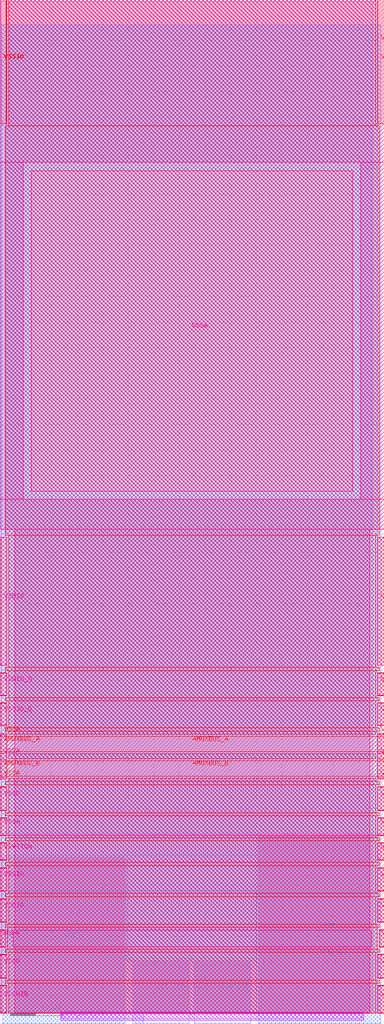
<source format=lef>
VERSION 5.7 ;
  NOWIREEXTENSIONATPIN ON ;
  DIVIDERCHAR "/" ;
  BUSBITCHARS "[]" ;
MACRO sky130_ef_io__vssa_hvc_pad
  CLASS PAD POWER ;
  FOREIGN sky130_ef_io__vssa_hvc_pad ;
  ORIGIN 0.000 0.000 ;
  SIZE 75.000 BY 197.965 ;
  PIN AMUXBUS_A
    DIRECTION INOUT ;
    USE SIGNAL ;
    PORT
      LAYER met4 ;
        RECT 0.000 51.090 75.000 54.070 ;
    END
    PORT
      LAYER met4 ;
        RECT 0.000 51.090 1.270 54.070 ;
    END
  END AMUXBUS_A
  PIN AMUXBUS_B
    DIRECTION INOUT ;
    USE SIGNAL ;
    PORT
      LAYER met4 ;
        RECT 0.000 46.330 75.000 49.310 ;
    END
    PORT
      LAYER met4 ;
        RECT 0.000 46.330 1.270 49.310 ;
    END
  END AMUXBUS_B
  PIN DRN_HVC
    DIRECTION INOUT ;
    USE POWER ;
    PORT
      LAYER met2 ;
        RECT 50.390 -2.035 74.290 23.625 ;
    END
    PORT
      LAYER met3 ;
        RECT 37.890 -2.035 48.890 10.345 ;
    END
  END DRN_HVC
  PIN SRC_BDY_HVC
    DIRECTION INOUT ;
    USE GROUND ;
    PORT
      LAYER met2 ;
        RECT 0.495 -2.035 24.395 0.020 ;
    END
    PORT
      LAYER met3 ;
        RECT 25.895 -2.035 36.895 10.390 ;
    END
  END SRC_BDY_HVC
  PIN VSSA
    DIRECTION INOUT ;
    USE GROUND ;
    PORT
      LAYER met5 ;
        RECT 6.100 101.975 68.800 164.590 ;
    END
    PORT
      LAYER met3 ;
        RECT 0.495 -2.035 24.395 30.480 ;
    END
    PORT
      LAYER met3 ;
        RECT 50.390 -2.035 74.290 34.725 ;
    END
    PORT
      LAYER met5 ;
        RECT 73.730 45.700 75.000 54.700 ;
    END
    PORT
      LAYER met5 ;
        RECT 73.730 34.805 75.000 38.050 ;
    END
    PORT
      LAYER met5 ;
        RECT 0.000 45.700 1.270 54.700 ;
    END
    PORT
      LAYER met5 ;
        RECT 0.000 34.805 1.270 38.050 ;
    END
    PORT
      LAYER met4 ;
        RECT 73.730 49.610 75.000 50.790 ;
    END
    PORT
      LAYER met4 ;
        RECT 73.730 54.370 75.000 54.700 ;
    END
    PORT
      LAYER met4 ;
        RECT 73.730 45.700 75.000 46.030 ;
    END
    PORT
      LAYER met4 ;
        RECT 73.730 34.700 75.000 38.150 ;
    END
    PORT
      LAYER met4 ;
        RECT 0.000 45.700 1.270 46.030 ;
    END
    PORT
      LAYER met4 ;
        RECT 0.000 49.610 1.270 50.790 ;
    END
    PORT
      LAYER met4 ;
        RECT 0.000 54.370 1.270 54.700 ;
    END
    PORT
      LAYER met4 ;
        RECT 0.000 34.700 1.270 38.150 ;
    END
  END VSSA
  PIN VDDA
    DIRECTION INOUT ;
    USE POWER ;
    PORT
      LAYER met5 ;
        RECT 74.035 13.000 75.000 16.250 ;
    END
    PORT
      LAYER met5 ;
        RECT 0.000 13.000 0.965 16.250 ;
    END
    PORT
      LAYER met4 ;
        RECT 74.035 12.900 75.000 16.350 ;
    END
    PORT
      LAYER met4 ;
        RECT 0.000 12.900 0.965 16.350 ;
    END
  END VDDA
  PIN VSWITCH
    DIRECTION INOUT ;
    USE POWER ;
    PORT
      LAYER met5 ;
        RECT 73.730 29.950 75.000 33.200 ;
    END
    PORT
      LAYER met5 ;
        RECT 0.000 29.950 1.270 33.200 ;
    END
    PORT
      LAYER met4 ;
        RECT 73.730 29.850 75.000 33.300 ;
    END
    PORT
      LAYER met4 ;
        RECT 0.000 29.850 1.270 33.300 ;
    END
  END VSWITCH
  PIN VDDIO_Q
    DIRECTION INOUT ;
    USE POWER ;
    PORT
      LAYER met5 ;
        RECT 73.730 62.150 75.000 66.400 ;
    END
    PORT
      LAYER met5 ;
        RECT 0.000 62.150 1.270 66.400 ;
    END
    PORT
      LAYER met4 ;
        RECT 73.730 62.050 75.000 66.500 ;
    END
    PORT
      LAYER met4 ;
        RECT 0.000 62.050 1.270 66.500 ;
    END
  END VDDIO_Q
  PIN VCCHIB
    DIRECTION INOUT ;
    USE POWER ;
    PORT
      LAYER met5 ;
        RECT 73.730 0.100 75.000 5.350 ;
    END
    PORT
      LAYER met5 ;
        RECT 0.000 0.100 1.270 5.350 ;
    END
    PORT
      LAYER met4 ;
        RECT 73.730 0.000 75.000 5.450 ;
    END
    PORT
      LAYER met4 ;
        RECT 0.000 0.000 1.270 5.450 ;
    END
  END VCCHIB
  PIN VDDIO
    DIRECTION INOUT ;
    USE POWER ;
    PORT
      LAYER met5 ;
        RECT 73.730 68.000 75.000 92.950 ;
    END
    PORT
      LAYER met5 ;
        RECT 73.730 17.850 75.000 22.300 ;
    END
    PORT
      LAYER met5 ;
        RECT 0.000 68.000 1.270 92.950 ;
    END
    PORT
      LAYER met5 ;
        RECT 0.000 17.850 1.270 22.300 ;
    END
    PORT
      LAYER met4 ;
        RECT 73.730 17.750 75.000 22.400 ;
    END
    PORT
      LAYER met4 ;
        RECT 73.730 68.000 75.000 92.965 ;
    END
    PORT
      LAYER met4 ;
        RECT 0.000 17.750 1.270 22.400 ;
    END
    PORT
      LAYER met4 ;
        RECT 0.000 68.000 1.270 92.965 ;
    END
  END VDDIO
  PIN VCCD
    DIRECTION INOUT ;
    USE POWER ;
    PORT
      LAYER met5 ;
        RECT 73.730 6.950 75.000 11.400 ;
    END
    PORT
      LAYER met5 ;
        RECT 0.000 6.950 1.270 11.400 ;
    END
    PORT
      LAYER met4 ;
        RECT 73.730 6.850 75.000 11.500 ;
    END
    PORT
      LAYER met4 ;
        RECT 0.000 6.850 1.270 11.500 ;
    END
  END VCCD
  PIN VSSIO
    DIRECTION INOUT ;
    USE GROUND ;
    PORT
      LAYER met4 ;
        RECT 0.000 173.750 1.205 197.965 ;
    END
    PORT
      LAYER met5 ;
        RECT 73.730 23.900 75.000 28.350 ;
    END
    PORT
      LAYER met5 ;
        RECT 0.000 23.900 1.270 28.350 ;
    END
    PORT
      LAYER met4 ;
        RECT 73.730 23.800 75.000 28.450 ;
    END
    PORT
      LAYER met4 ;
        RECT 73.730 173.750 75.000 197.965 ;
    END
    PORT
      LAYER met4 ;
        RECT 0.000 173.750 1.270 197.965 ;
    END
    PORT
      LAYER met4 ;
        RECT 0.000 23.800 1.270 28.450 ;
    END
  END VSSIO
  PIN VSSD
    DIRECTION INOUT ;
    USE GROUND ;
    PORT
      LAYER met5 ;
        RECT 73.730 39.650 75.000 44.100 ;
    END
    PORT
      LAYER met5 ;
        RECT 0.000 39.650 1.270 44.100 ;
    END
    PORT
      LAYER met4 ;
        RECT 73.730 39.550 75.000 44.200 ;
    END
    PORT
      LAYER met4 ;
        RECT 0.000 39.550 1.270 44.200 ;
    END
  END VSSD
  PIN VSSIO_Q
    DIRECTION INOUT ;
    USE GROUND ;
    PORT
      LAYER met5 ;
        RECT 73.730 56.300 75.000 60.550 ;
    END
    PORT
      LAYER met5 ;
        RECT 0.000 56.300 1.270 60.550 ;
    END
    PORT
      LAYER met4 ;
        RECT 73.730 56.200 75.000 60.650 ;
    END
    PORT
      LAYER met4 ;
        RECT 0.000 56.200 1.270 60.650 ;
    END
  END VSSIO_Q
  PIN VSSIO
    DIRECTION INOUT ;
    USE GROUND ;
    PORT
      LAYER met4 ;
        RECT 74.360 189.565 74.370 189.575 ;
    END
  END VSSIO
  OBS
      LAYER nwell ;
        RECT 11.860 -1.350 70.965 0.170 ;
      LAYER li1 ;
        RECT 1.070 0.000 72.775 197.660 ;
        RECT 12.065 -0.145 13.045 0.000 ;
        RECT 69.760 -0.145 70.650 0.000 ;
        RECT 12.065 -1.035 70.650 -0.145 ;
      LAYER met1 ;
        RECT 0.185 0.000 73.620 197.690 ;
        RECT 12.035 -0.115 13.350 0.000 ;
        POLYGON 13.350 0.000 13.465 -0.115 13.350 -0.115 ;
        POLYGON 69.540 0.000 69.540 -0.115 69.425 -0.115 ;
        RECT 69.540 -0.115 70.680 0.000 ;
        RECT 12.035 -1.065 70.680 -0.115 ;
      LAYER met2 ;
        RECT 0.265 23.905 74.290 193.040 ;
        RECT 0.265 0.300 50.110 23.905 ;
        RECT 24.675 0.000 50.110 0.300 ;
        RECT 25.895 -2.035 27.895 -0.115 ;
      LAYER met3 ;
        RECT 0.240 35.125 74.290 193.065 ;
        RECT 0.240 30.880 49.990 35.125 ;
        RECT 24.795 10.790 49.990 30.880 ;
        RECT 24.795 10.345 25.495 10.790 ;
        RECT 37.295 10.745 49.990 10.790 ;
        RECT 37.295 10.345 37.490 10.745 ;
        RECT 49.290 10.345 49.990 10.745 ;
      LAYER met4 ;
        RECT 1.670 173.350 73.330 197.965 ;
        RECT 0.965 93.365 74.035 173.350 ;
        RECT 1.670 67.600 73.330 93.365 ;
        RECT 0.965 66.900 74.035 67.600 ;
        RECT 1.670 61.650 73.330 66.900 ;
        RECT 0.965 61.050 74.035 61.650 ;
        RECT 1.670 55.800 73.330 61.050 ;
        RECT 0.965 55.100 74.035 55.800 ;
        RECT 1.670 54.470 73.330 55.100 ;
        RECT 1.670 49.710 73.330 50.690 ;
        RECT 1.670 45.300 73.330 45.930 ;
        RECT 0.965 44.600 74.035 45.300 ;
        RECT 1.670 39.150 73.330 44.600 ;
        RECT 0.965 38.550 74.035 39.150 ;
        RECT 1.670 34.300 73.330 38.550 ;
        RECT 0.965 33.700 74.035 34.300 ;
        RECT 1.670 29.450 73.330 33.700 ;
        RECT 0.965 28.850 74.035 29.450 ;
        RECT 1.670 23.400 73.330 28.850 ;
        RECT 0.965 22.800 74.035 23.400 ;
        RECT 1.670 17.350 73.330 22.800 ;
        RECT 0.965 16.750 74.035 17.350 ;
        RECT 1.365 12.500 73.635 16.750 ;
        RECT 0.965 11.900 74.035 12.500 ;
        RECT 1.670 6.450 73.330 11.900 ;
        RECT 0.965 5.850 74.035 6.450 ;
        RECT 1.670 0.000 73.330 5.850 ;
      LAYER met5 ;
        RECT 0.000 166.190 75.000 197.965 ;
        RECT 0.000 100.375 4.500 166.190 ;
        RECT 70.400 100.375 75.000 166.190 ;
        RECT 0.000 94.550 75.000 100.375 ;
        RECT 2.870 34.805 72.130 94.550 ;
        RECT 0.000 34.800 75.000 34.805 ;
        RECT 2.870 16.250 72.130 34.800 ;
        RECT 2.565 13.000 72.435 16.250 ;
        RECT 2.870 0.100 72.130 13.000 ;
  END
END sky130_ef_io__vssa_hvc_pad
END LIBRARY


</source>
